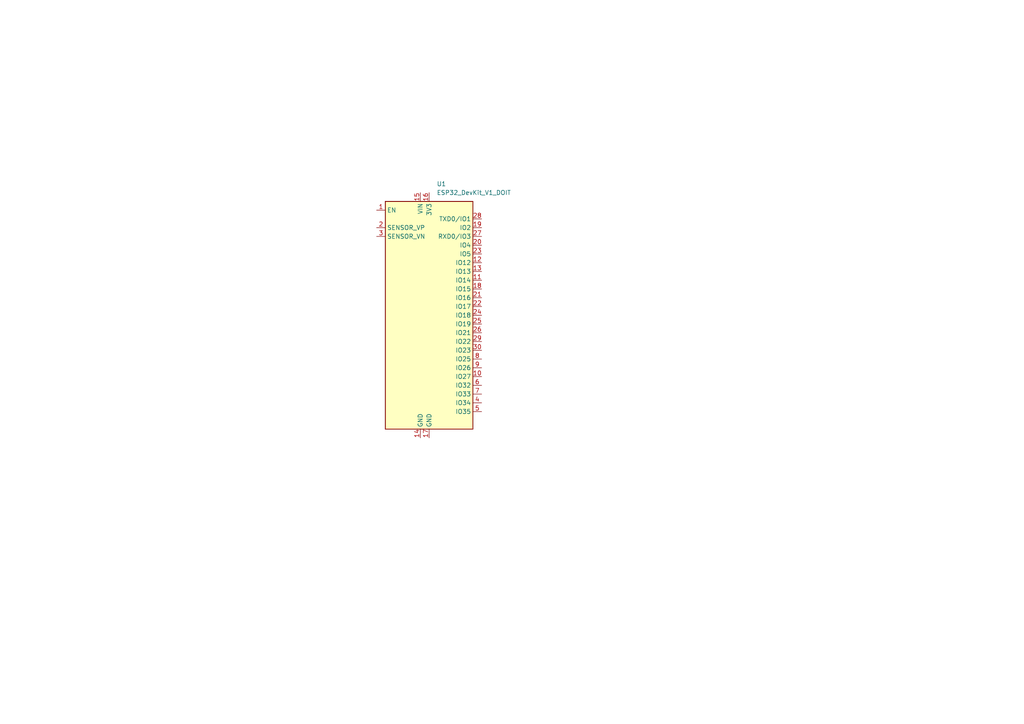
<source format=kicad_sch>
(kicad_sch (version 20230121) (generator eeschema)
  (paper "A4")
  (lib_symbols
    (symbol "Doit:ESP32_DevKit_V1_DOIT"
      (property "Reference" "U" (at -11.43 34.29 0))
      (property "Value" "ESP32_DevKit_V1_DOIT" (at 11.43 34.29 0))
      (symbol "ESP32_DevKit_V1_DOIT_1_1"
        (rectangle (start -12.7 33.02) (end 12.7 -33.02) (stroke (width 0.254)) (fill (type background)))
        (pin input line (at -15.24 30.48 0) (length 2.54) (name "EN") (number "1"))
        (pin bidirectional line (at 15.24 -17.78 180) (length 2.54) (name "IO27") (number "10"))
        (pin bidirectional line (at 15.24 10.16 180) (length 2.54) (name "IO14") (number "11"))
        (pin bidirectional line (at 15.24 15.24 180) (length 2.54) (name "IO12") (number "12"))
        (pin bidirectional line (at 15.24 12.7 180) (length 2.54) (name "IO13") (number "13"))
        (pin power_in line (at -2.54 -35.56 90) (length 2.54) (name "GND") (number "14"))
        (pin power_in line (at -2.54 35.56 270) (length 2.54) (name "VIN") (number "15"))
        (pin power_in line (at 0 35.56 270) (length 2.54) (name "3V3") (number "16"))
        (pin power_in line (at 0 -35.56 90) (length 2.54) (name "GND") (number "17"))
        (pin bidirectional line (at 15.24 7.62 180) (length 2.54) (name "IO15") (number "18"))
        (pin bidirectional line (at 15.24 25.4 180) (length 2.54) (name "IO2") (number "19"))
        (pin input line (at -15.24 25.4 0) (length 2.54) (name "SENSOR_VP") (number "2"))
        (pin bidirectional line (at 15.24 20.32 180) (length 2.54) (name "IO4") (number "20"))
        (pin bidirectional line (at 15.24 5.08 180) (length 2.54) (name "IO16") (number "21"))
        (pin bidirectional line (at 15.24 2.54 180) (length 2.54) (name "IO17") (number "22"))
        (pin bidirectional line (at 15.24 17.78 180) (length 2.54) (name "IO5") (number "23"))
        (pin bidirectional line (at 15.24 0 180) (length 2.54) (name "IO18") (number "24"))
        (pin bidirectional line (at 15.24 -2.54 180) (length 2.54) (name "IO19") (number "25"))
        (pin bidirectional line (at 15.24 -5.08 180) (length 2.54) (name "IO21") (number "26"))
        (pin bidirectional line (at 15.24 22.86 180) (length 2.54) (name "RXD0/IO3") (number "27"))
        (pin bidirectional line (at 15.24 27.94 180) (length 2.54) (name "TXD0/IO1") (number "28"))
        (pin bidirectional line (at 15.24 -7.62 180) (length 2.54) (name "IO22") (number "29"))
        (pin input line (at -15.24 22.86 0) (length 2.54) (name "SENSOR_VN") (number "3"))
        (pin bidirectional line (at 15.24 -10.16 180) (length 2.54) (name "IO23") (number "30"))
        (pin input line (at 15.24 -25.4 180) (length 2.54) (name "IO34") (number "4"))
        (pin input line (at 15.24 -27.94 180) (length 2.54) (name "IO35") (number "5"))
        (pin bidirectional line (at 15.24 -20.32 180) (length 2.54) (name "IO32") (number "6"))
        (pin bidirectional line (at 15.24 -22.86 180) (length 2.54) (name "IO33") (number "7"))
        (pin bidirectional line (at 15.24 -12.7 180) (length 2.54) (name "IO25") (number "8"))
        (pin bidirectional line (at 15.24 -15.24 180) (length 2.54) (name "IO26") (number "9"))
      )
    )
  )
  (symbol (lib_id "Doit:ESP32_DevKit_V1_DOIT") (at 124.46 91.44 0) (unit 1)
    (property "Reference" "U1" (at 126.6541 53.34 0) (effects (justify left)))
    (property "Value" "ESP32_DevKit_V1_DOIT" (at 126.6541 55.88 0) (effects (justify left)))
    (property "Footprint" "Doit:esp32_devkit_v1_doit" (effects hide))
    (property "Datasheet" "https://aliexpress.com/item/32864722159.html" (effects hide))
  )
)
</source>
